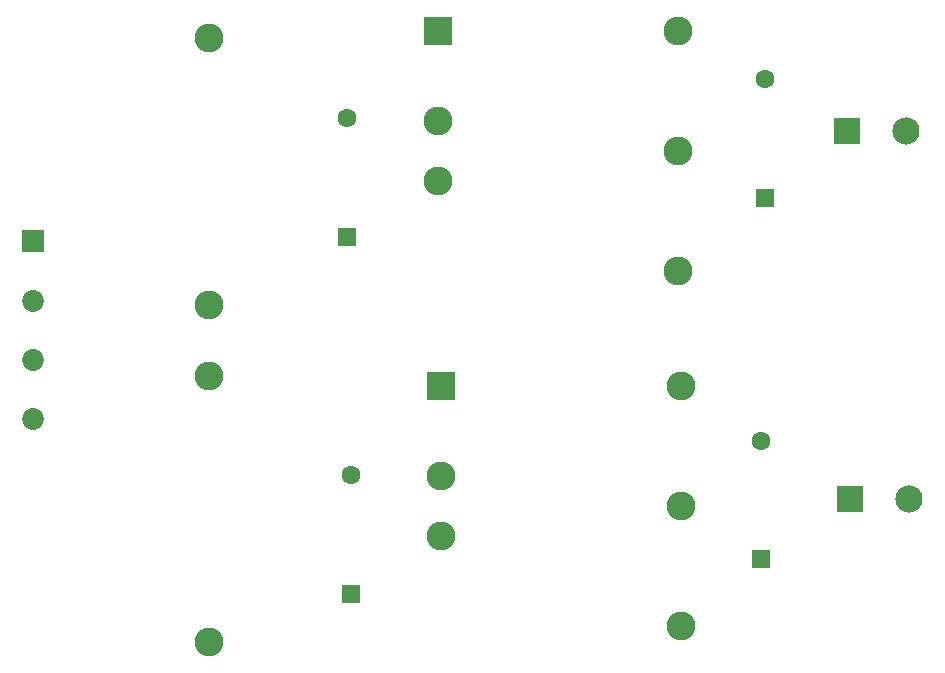
<source format=gbs>
G04*
G04 #@! TF.GenerationSoftware,Altium Limited,Altium Designer,20.0.10 (225)*
G04*
G04 Layer_Color=16711935*
%FSLAX43Y43*%
%MOMM*%
G71*
G01*
G75*
%ADD14C,2.453*%
%ADD15R,2.453X2.453*%
%ADD16C,2.303*%
%ADD17R,2.303X2.303*%
%ADD18C,1.603*%
%ADD19R,1.603X1.603*%
%ADD20R,1.853X1.853*%
%ADD21C,1.853*%
D14*
X60071Y34544D02*
D03*
Y54864D02*
D03*
X39751Y42164D02*
D03*
Y47244D02*
D03*
X60071Y44704D02*
D03*
X20320Y54226D02*
D03*
Y31626D02*
D03*
X60325Y4445D02*
D03*
Y24765D02*
D03*
X40005Y12065D02*
D03*
Y17145D02*
D03*
X60325Y14605D02*
D03*
X20320Y3051D02*
D03*
Y25651D02*
D03*
D15*
X39751Y54864D02*
D03*
X40005Y24765D02*
D03*
D16*
X79335Y46355D02*
D03*
X79589Y15240D02*
D03*
D17*
X74335Y46355D02*
D03*
X74589Y15240D02*
D03*
D18*
X32004Y47418D02*
D03*
X67437Y50720D02*
D03*
X67056Y20113D02*
D03*
X32385Y17192D02*
D03*
D19*
X32004Y37418D02*
D03*
X67437Y40720D02*
D03*
X67056Y10113D02*
D03*
X32385Y7192D02*
D03*
D20*
X5461Y37004D02*
D03*
D21*
Y32004D02*
D03*
Y27004D02*
D03*
Y22004D02*
D03*
M02*

</source>
